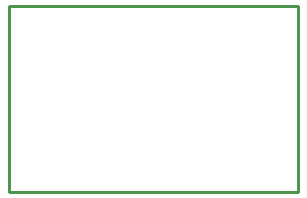
<source format=gbr>
G04 EAGLE Gerber RS-274X export*
G75*
%MOMM*%
%FSLAX34Y34*%
%LPD*%
%IN*%
%IPPOS*%
%AMOC8*
5,1,8,0,0,1.08239X$1,22.5*%
G01*
%ADD10C,0.254000*%


D10*
X0Y0D02*
X245000Y0D01*
X245000Y157500D01*
X0Y157500D01*
X0Y0D01*
M02*

</source>
